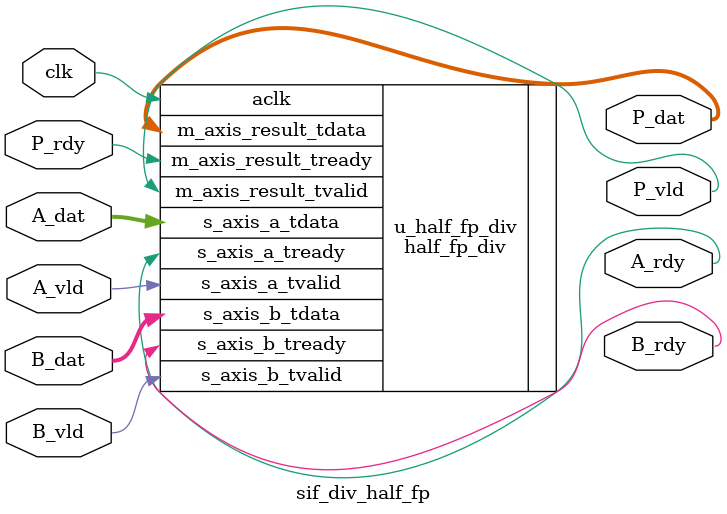
<source format=v>
`timescale 1ns / 1ps


module sif_div_half_fp(
  input                       clk,
  input                       A_vld,
  input   [16-1:0]       A_dat,
  output                      A_rdy,
  input                       B_vld,
  input   [16-1:0]       B_dat,
  output                      B_rdy,
  output                      P_vld,
  output  [16-1:0]       P_dat,
  input                       P_rdy
    );

half_fp_div u_half_fp_div (
  .aclk(clk),                                  // input wire aclk
  .s_axis_a_tvalid(A_vld),            // input wire s_axis_a_tvalid
  .s_axis_a_tready(A_rdy),            // output wire s_axis_a_tready
  .s_axis_a_tdata(A_dat),              // input wire [15 : 0] s_axis_a_tdata
  .s_axis_b_tvalid(B_vld),            // input wire s_axis_b_tvalid
  .s_axis_b_tready(B_rdy),            // output wire s_axis_b_tready
  .s_axis_b_tdata(B_dat),              // input wire [15 : 0] s_axis_b_tdata
  .m_axis_result_tvalid(P_vld),  // output wire m_axis_result_tvalid
  .m_axis_result_tready(P_rdy),  // input wire m_axis_result_tready
  .m_axis_result_tdata(P_dat)    // output wire [15 : 0] m_axis_result_tdata
);

endmodule
</source>
